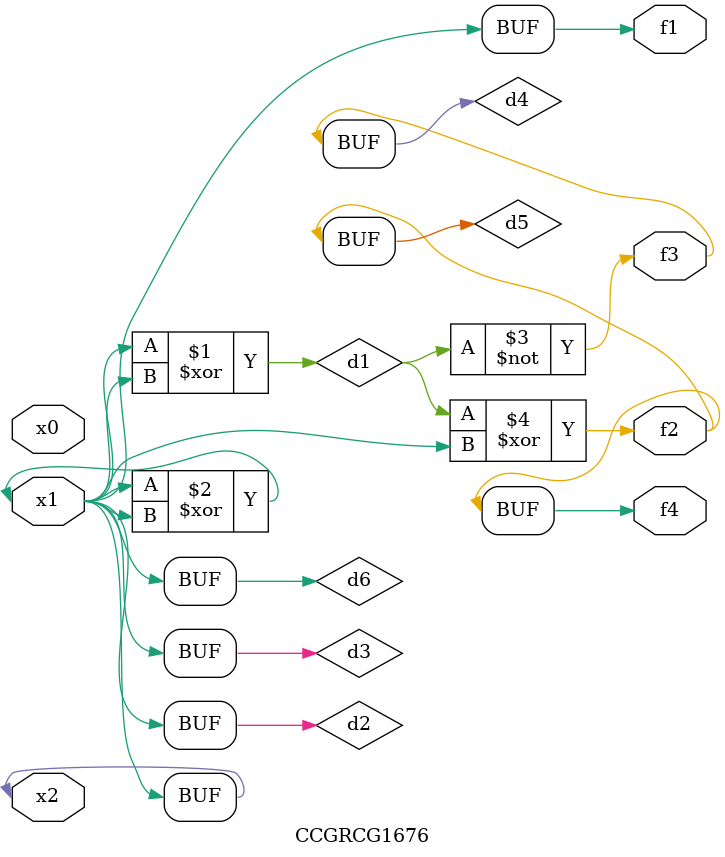
<source format=v>
module CCGRCG1676(
	input x0, x1, x2,
	output f1, f2, f3, f4
);

	wire d1, d2, d3, d4, d5, d6;

	xor (d1, x1, x2);
	buf (d2, x1, x2);
	xor (d3, x1, x2);
	nor (d4, d1);
	xor (d5, d1, d2);
	buf (d6, d2, d3);
	assign f1 = d6;
	assign f2 = d5;
	assign f3 = d4;
	assign f4 = d5;
endmodule

</source>
